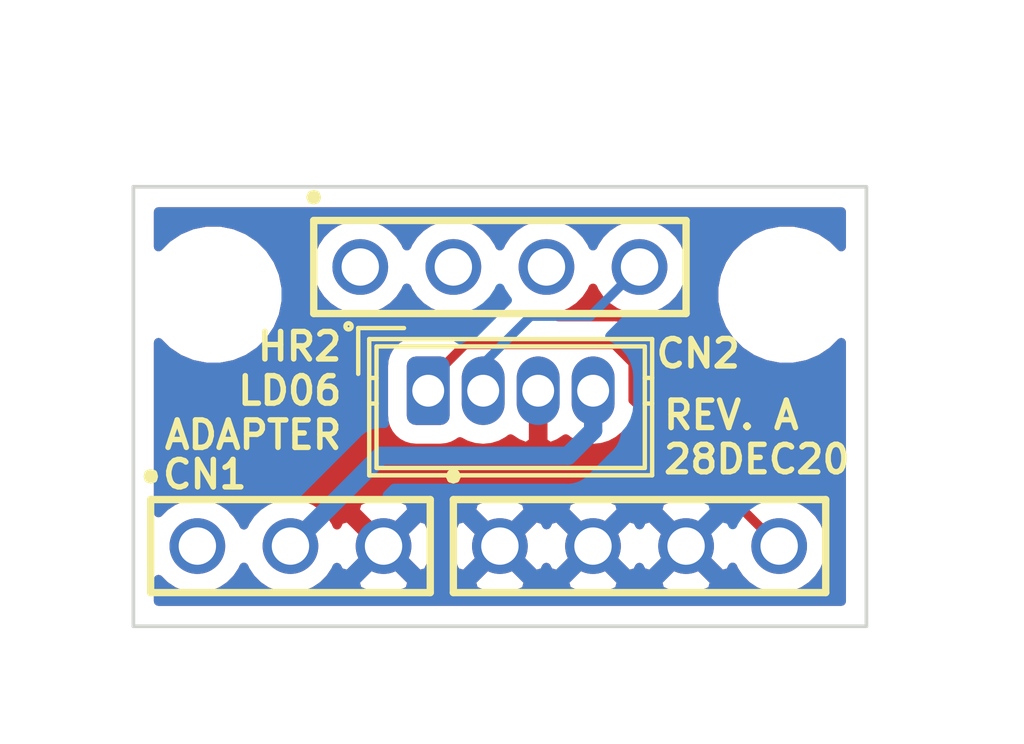
<source format=kicad_pcb>
(kicad_pcb (version 20171130) (host pcbnew 5.1.9-73d0e3b20d~88~ubuntu20.04.1)

  (general
    (thickness 1.6)
    (drawings 7)
    (tracks 25)
    (zones 0)
    (modules 2)
    (nets 9)
  )

  (page A)
  (title_block
    (title "LD06 Adapter")
    (date 2020-12-28)
    (rev A)
    (company "Homebrew Robotics Club")
    (comment 1 "Copyright © 2020 by Homebrew Robotics Club")
    (comment 2 "License: MIT")
  )

  (layers
    (0 F.Cu signal)
    (31 B.Cu signal)
    (32 B.Adhes user)
    (33 F.Adhes user)
    (34 B.Paste user)
    (35 F.Paste user)
    (36 B.SilkS user)
    (37 F.SilkS user)
    (38 B.Mask user)
    (39 F.Mask user)
    (40 Dwgs.User user)
    (41 Cmts.User user)
    (42 Eco1.User user)
    (43 Eco2.User user)
    (44 Edge.Cuts user)
    (45 Margin user)
    (46 B.CrtYd user)
    (47 F.CrtYd user)
    (48 B.Fab user hide)
    (49 F.Fab user hide)
  )

  (setup
    (last_trace_width 0.25)
    (user_trace_width 0.5)
    (trace_clearance 0.2)
    (zone_clearance 0.508)
    (zone_45_only no)
    (trace_min 0.2)
    (via_size 0.8)
    (via_drill 0.4)
    (via_min_size 0.4)
    (via_min_drill 0.3)
    (uvia_size 0.3)
    (uvia_drill 0.1)
    (uvias_allowed no)
    (uvia_min_size 0.2)
    (uvia_min_drill 0.1)
    (edge_width 0.05)
    (segment_width 0.2)
    (pcb_text_width 0.3)
    (pcb_text_size 1.5 1.5)
    (mod_edge_width 0.12)
    (mod_text_size 1 1)
    (mod_text_width 0.15)
    (pad_size 1.524 1.524)
    (pad_drill 0.762)
    (pad_to_mask_clearance 0)
    (aux_axis_origin 0 0)
    (visible_elements FFFFFF7F)
    (pcbplotparams
      (layerselection 0x010fc_ffffffff)
      (usegerberextensions false)
      (usegerberattributes true)
      (usegerberadvancedattributes true)
      (creategerberjobfile true)
      (excludeedgelayer true)
      (linewidth 0.100000)
      (plotframeref false)
      (viasonmask false)
      (mode 1)
      (useauxorigin false)
      (hpglpennumber 1)
      (hpglpenspeed 20)
      (hpglpendiameter 15.000000)
      (psnegative false)
      (psa4output false)
      (plotreference true)
      (plotvalue true)
      (plotinvisibletext false)
      (padsonsilk false)
      (subtractmaskfromsilk false)
      (outputformat 1)
      (mirror false)
      (drillshape 0)
      (scaleselection 1)
      (outputdirectory ""))
  )

  (net 0 "")
  (net 1 "Net-(CN1-Pad10)")
  (net 2 "Net-(CN1-Pad9)")
  (net 3 "Net-(CN1-Pad8)")
  (net 4 "Net-(CN1-Pad1)")
  (net 5 /PWM)
  (net 6 /TX)
  (net 7 /GND)
  (net 8 /5V)

  (net_class Default "This is the default net class."
    (clearance 0.2)
    (trace_width 0.25)
    (via_dia 0.8)
    (via_drill 0.4)
    (uvia_dia 0.3)
    (uvia_drill 0.1)
    (add_net /5V)
    (add_net /GND)
    (add_net /PWM)
    (add_net /TX)
    (add_net "Net-(CN1-Pad1)")
    (add_net "Net-(CN1-Pad10)")
    (add_net "Net-(CN1-Pad8)")
    (add_net "Net-(CN1-Pad9)")
  )

  (module HR2:LIDAR_ADAPTER_2xF1x4+F1x3 (layer F.Cu) (tedit 5FD53EE8) (tstamp 5FEACFD9)
    (at 100 100)
    (path /5FEA71BE)
    (fp_text reference CN1 (at -8.052 1.854) (layer F.SilkS)
      (effects (font (size 0.75 0.75) (thickness 0.15)))
    )
    (fp_text value LIDAR_ADAPTER;2xM1x4+M1x3 (at 0 0) (layer F.Fab)
      (effects (font (size 1 1) (thickness 0.2)))
    )
    (fp_line (start -1.9 5.08) (end -1.9 2.54) (layer F.SilkS) (width 0.2))
    (fp_line (start -9.53 5.08) (end -1.9 5.08) (layer F.SilkS) (width 0.2))
    (fp_line (start -9.53 2.54) (end -9.53 5.08) (layer F.SilkS) (width 0.2))
    (fp_line (start -1.9 2.54) (end -9.53 2.54) (layer F.SilkS) (width 0.2))
    (fp_line (start -9.45 1.98) (end -9.43 1.91) (layer F.SilkS) (width 0.2))
    (fp_line (start -9.53 2) (end -9.45 1.98) (layer F.SilkS) (width 0.2))
    (fp_line (start -9.6 1.98) (end -9.53 2) (layer F.SilkS) (width 0.2))
    (fp_line (start -9.62 1.91) (end -9.6 1.98) (layer F.SilkS) (width 0.2))
    (fp_line (start -9.6 1.83) (end -9.62 1.91) (layer F.SilkS) (width 0.2))
    (fp_line (start -9.53 1.81) (end -9.6 1.83) (layer F.SilkS) (width 0.2))
    (fp_line (start -9.45 1.83) (end -9.53 1.81) (layer F.SilkS) (width 0.2))
    (fp_line (start -9.43 1.91) (end -9.45 1.83) (layer F.SilkS) (width 0.2))
    (fp_line (start 8.89 5.08) (end 8.89 2.54) (layer F.SilkS) (width 0.2))
    (fp_line (start -1.27 5.08) (end 8.89 5.08) (layer F.SilkS) (width 0.2))
    (fp_line (start -1.27 2.54) (end -1.27 5.08) (layer F.SilkS) (width 0.2))
    (fp_line (start 8.89 2.54) (end -1.27 2.54) (layer F.SilkS) (width 0.2))
    (fp_line (start -1.2 1.98) (end -1.17 1.91) (layer F.SilkS) (width 0.2))
    (fp_line (start -1.27 2) (end -1.2 1.98) (layer F.SilkS) (width 0.2))
    (fp_line (start -1.34 1.98) (end -1.27 2) (layer F.SilkS) (width 0.2))
    (fp_line (start -1.37 1.91) (end -1.34 1.98) (layer F.SilkS) (width 0.2))
    (fp_line (start -1.34 1.83) (end -1.37 1.91) (layer F.SilkS) (width 0.2))
    (fp_line (start -1.27 1.81) (end -1.34 1.83) (layer F.SilkS) (width 0.2))
    (fp_line (start -1.2 1.83) (end -1.27 1.81) (layer F.SilkS) (width 0.2))
    (fp_line (start -1.17 1.91) (end -1.2 1.83) (layer F.SilkS) (width 0.2))
    (fp_line (start 5.08 -2.54) (end 5.08 -5.08) (layer F.SilkS) (width 0.2))
    (fp_line (start -5.08 -2.54) (end 5.08 -2.54) (layer F.SilkS) (width 0.2))
    (fp_line (start -5.08 -5.08) (end -5.08 -2.54) (layer F.SilkS) (width 0.2))
    (fp_line (start 5.08 -5.08) (end -5.08 -5.08) (layer F.SilkS) (width 0.2))
    (fp_line (start -5.01 -5.64) (end -4.98 -5.71) (layer F.SilkS) (width 0.2))
    (fp_line (start -5.08 -5.62) (end -5.01 -5.64) (layer F.SilkS) (width 0.2))
    (fp_line (start -5.15 -5.64) (end -5.08 -5.62) (layer F.SilkS) (width 0.2))
    (fp_line (start -5.18 -5.71) (end -5.15 -5.64) (layer F.SilkS) (width 0.2))
    (fp_line (start -5.15 -5.79) (end -5.18 -5.71) (layer F.SilkS) (width 0.2))
    (fp_line (start -5.08 -5.81) (end -5.15 -5.79) (layer F.SilkS) (width 0.2))
    (fp_line (start -5.01 -5.79) (end -5.08 -5.81) (layer F.SilkS) (width 0.2))
    (fp_line (start -4.98 -5.71) (end -5.01 -5.79) (layer F.SilkS) (width 0.2))
    (pad "West Lidar Mount Hole" np_thru_hole circle (at -7.8175 -3.055) (size 2.7 2.7) (drill 2.7) (layers *.Cu *.Mask))
    (pad "East Lidar Mount Hole" np_thru_hole circle (at 7.8175 -3.055) (size 2.7 2.7) (drill 2.7) (layers *.Cu *.Mask))
    (pad 11 thru_hole circle (at 3.81 -3.81) (size 1.52 1.52) (drill 1.02) (layers *.Cu *.Mask)
      (net 5 /PWM))
    (pad 10 thru_hole circle (at 1.27 -3.81) (size 1.52 1.52) (drill 1.02) (layers *.Cu *.Mask)
      (net 1 "Net-(CN1-Pad10)"))
    (pad 9 thru_hole circle (at -1.27 -3.81) (size 1.52 1.52) (drill 1.02) (layers *.Cu *.Mask)
      (net 2 "Net-(CN1-Pad9)"))
    (pad 8 thru_hole circle (at -3.81 -3.81) (size 1.52 1.52) (drill 1.02) (layers *.Cu *.Mask)
      (net 3 "Net-(CN1-Pad8)"))
    (pad 7 thru_hole circle (at 7.62 3.81) (size 1.52 1.52) (drill 1.02) (layers *.Cu *.Mask)
      (net 6 /TX))
    (pad 6 thru_hole circle (at 5.08 3.81) (size 1.52 1.52) (drill 1.02) (layers *.Cu *.Mask)
      (net 7 /GND))
    (pad 5 thru_hole circle (at 2.54 3.81) (size 1.52 1.52) (drill 1.02) (layers *.Cu *.Mask)
      (net 7 /GND))
    (pad 4 thru_hole circle (at 0 3.81) (size 1.52 1.52) (drill 1.02) (layers *.Cu *.Mask)
      (net 7 /GND))
    (pad 3 thru_hole circle (at -3.175 3.81) (size 1.52 1.52) (drill 1.02) (layers *.Cu *.Mask)
      (net 7 /GND))
    (pad 2 thru_hole circle (at -5.715 3.81) (size 1.52 1.52) (drill 1.02) (layers *.Cu *.Mask)
      (net 8 /5V))
    (pad 1 thru_hole circle (at -8.255 3.81) (size 1.52 1.52) (drill 1.02) (layers *.Cu *.Mask)
      (net 4 "Net-(CN1-Pad1)"))
  )

  (module Connector_Wuerth:Wuerth_WR-WTB_64800411622_1x04_P1.50mm_Vertical (layer F.Cu) (tedit 5D1DE247) (tstamp 5FEAD27F)
    (at 98.044 99.568)
    (descr "Wuerth WR-WTB series connector, 64800411622 (https://katalog.we-online.com/em/datasheet/6480xx11622.pdf), generated with kicad-footprint-generator")
    (tags "connector Wuerth WR-WTB vertical")
    (path /5FEA6F47)
    (fp_text reference CN2 (at 7.366 -1.016) (layer F.SilkS)
      (effects (font (size 0.75 0.75) (thickness 0.15)))
    )
    (fp_text value LD06_CONN;M1x4P1.5ZH (at 2.25 3.4) (layer F.Fab)
      (effects (font (size 1 1) (thickness 0.15)))
    )
    (fp_line (start -1.5 -1.3) (end -1.5 2.2) (layer F.Fab) (width 0.1))
    (fp_line (start -1.5 2.2) (end 6 2.2) (layer F.Fab) (width 0.1))
    (fp_line (start 6 2.2) (end 6 -1.3) (layer F.Fab) (width 0.1))
    (fp_line (start 6 -1.3) (end -1.5 -1.3) (layer F.Fab) (width 0.1))
    (fp_line (start -1 -1.3) (end 0 -0.3) (layer F.Fab) (width 0.1))
    (fp_line (start 0 -0.3) (end 1 -1.3) (layer F.Fab) (width 0.1))
    (fp_line (start -1.61 -1.41) (end -1.61 2.31) (layer F.SilkS) (width 0.12))
    (fp_line (start -1.61 2.31) (end 6.11 2.31) (layer F.SilkS) (width 0.12))
    (fp_line (start 6.11 2.31) (end 6.11 -1.41) (layer F.SilkS) (width 0.12))
    (fp_line (start 6.11 -1.41) (end -1.61 -1.41) (layer F.SilkS) (width 0.12))
    (fp_line (start -1.61 -0.35) (end -1.41 -0.35) (layer F.SilkS) (width 0.12))
    (fp_line (start -1.41 -0.35) (end -1.41 -1.21) (layer F.SilkS) (width 0.12))
    (fp_line (start -1.41 -1.21) (end 5.91 -1.21) (layer F.SilkS) (width 0.12))
    (fp_line (start 5.91 -1.21) (end 5.91 -0.35) (layer F.SilkS) (width 0.12))
    (fp_line (start 5.91 -0.35) (end 6.11 -0.35) (layer F.SilkS) (width 0.12))
    (fp_line (start -1.41 -0.35) (end -1.41 0.35) (layer F.SilkS) (width 0.12))
    (fp_line (start -1.41 0.35) (end -1.61 0.35) (layer F.SilkS) (width 0.12))
    (fp_line (start 5.91 -0.35) (end 5.91 0.35) (layer F.SilkS) (width 0.12))
    (fp_line (start 5.91 0.35) (end 6.11 0.35) (layer F.SilkS) (width 0.12))
    (fp_line (start -1.41 0.35) (end -1.41 2.11) (layer F.SilkS) (width 0.12))
    (fp_line (start -1.41 2.11) (end 5.91 2.11) (layer F.SilkS) (width 0.12))
    (fp_line (start 5.91 2.11) (end 5.91 0.35) (layer F.SilkS) (width 0.12))
    (fp_line (start -0.66 -1.71) (end -1.91 -1.71) (layer F.SilkS) (width 0.12))
    (fp_line (start -1.91 -1.71) (end -1.91 -0.46) (layer F.SilkS) (width 0.12))
    (fp_line (start -2 -1.8) (end -2 2.7) (layer F.CrtYd) (width 0.05))
    (fp_line (start -2 2.7) (end 6.5 2.7) (layer F.CrtYd) (width 0.05))
    (fp_line (start 6.5 2.7) (end 6.5 -1.8) (layer F.CrtYd) (width 0.05))
    (fp_line (start 6.5 -1.8) (end -2 -1.8) (layer F.CrtYd) (width 0.05))
    (fp_text user %R (at 2.25 1.5) (layer F.Fab)
      (effects (font (size 1 1) (thickness 0.15)))
    )
    (pad 4 thru_hole oval (at 4.5 0) (size 1.17 1.87) (drill 0.87) (layers *.Cu *.Mask)
      (net 8 /5V))
    (pad 3 thru_hole oval (at 3 0) (size 1.17 1.87) (drill 0.87) (layers *.Cu *.Mask)
      (net 7 /GND))
    (pad 2 thru_hole oval (at 1.5 0) (size 1.17 1.87) (drill 0.87) (layers *.Cu *.Mask)
      (net 5 /PWM))
    (pad 1 thru_hole roundrect (at 0 0) (size 1.17 1.87) (drill 0.87) (layers *.Cu *.Mask) (roundrect_rratio 0.213674358974359)
      (net 6 /TX))
    (model ${KISYS3DMOD}/Connector_Wuerth.3dshapes/Wuerth_WR-WTB_64800411622_1x04_P1.50mm_Vertical.wrl
      (at (xyz 0 0 0))
      (scale (xyz 1 1 1))
      (rotate (xyz 0 0 0))
    )
  )

  (gr_circle (center 95.87 97.81) (end 95.93 97.87) (layer F.SilkS) (width 0.12))
  (gr_text "REV. A\n28DEC20" (at 104.394 100.838) (layer F.SilkS)
    (effects (font (size 0.75 0.75) (thickness 0.15)) (justify left))
  )
  (gr_text "HR2\nLD06\nADAPTER" (at 95.758 99.568) (layer F.SilkS)
    (effects (font (size 0.75 0.75) (thickness 0.15)) (justify right))
  )
  (gr_line (start 110 94) (end 110 106) (layer Edge.Cuts) (width 0.1))
  (gr_line (start 90 94) (end 110 94) (layer Edge.Cuts) (width 0.1))
  (gr_line (start 90 106) (end 90 94) (layer Edge.Cuts) (width 0.1))
  (gr_line (start 90 106) (end 110 106) (layer Edge.Cuts) (width 0.1))

  (segment (start 99.544 99.568) (end 99.544 98.83) (width 0.25) (layer B.Cu) (net 5))
  (segment (start 99.544 98.83) (end 100.838 97.536) (width 0.25) (layer B.Cu) (net 5))
  (segment (start 102.464 97.536) (end 103.81 96.19) (width 0.25) (layer B.Cu) (net 5))
  (segment (start 100.838 97.536) (end 102.464 97.536) (width 0.25) (layer B.Cu) (net 5))
  (segment (start 103.632 98.81599) (end 103.632 99.822) (width 0.25) (layer F.Cu) (net 6))
  (segment (start 103.124 98.30799) (end 103.632 98.81599) (width 0.25) (layer F.Cu) (net 6))
  (segment (start 99.05001 98.30799) (end 103.124 98.30799) (width 0.25) (layer F.Cu) (net 6))
  (segment (start 103.632 99.822) (end 107.62 103.81) (width 0.25) (layer F.Cu) (net 6))
  (segment (start 98.044 99.314) (end 99.05001 98.30799) (width 0.25) (layer F.Cu) (net 6))
  (segment (start 98.044 99.568) (end 98.044 99.314) (width 0.25) (layer F.Cu) (net 6))
  (segment (start 101.092 99.616) (end 101.044 99.568) (width 0.5) (layer B.Cu) (net 7))
  (segment (start 98.806 102.616) (end 100 103.81) (width 0.5) (layer F.Cu) (net 7))
  (segment (start 98.019 102.616) (end 98.806 102.616) (width 0.5) (layer F.Cu) (net 7))
  (segment (start 96.825 103.81) (end 98.019 102.616) (width 0.5) (layer F.Cu) (net 7))
  (segment (start 104.14 102.87) (end 105.08 103.81) (width 0.25) (layer F.Cu) (net 7))
  (segment (start 103.48 102.87) (end 104.14 102.87) (width 0.25) (layer F.Cu) (net 7))
  (segment (start 102.54 103.81) (end 103.48 102.87) (width 0.25) (layer F.Cu) (net 7))
  (segment (start 101.044 102.766) (end 100 103.81) (width 0.5) (layer F.Cu) (net 7))
  (segment (start 101.044 99.568) (end 101.044 102.766) (width 0.5) (layer F.Cu) (net 7))
  (segment (start 101.496 102.766) (end 102.54 103.81) (width 0.25) (layer F.Cu) (net 7))
  (segment (start 101.044 102.766) (end 101.496 102.766) (width 0.25) (layer F.Cu) (net 7))
  (segment (start 102.544 99.568) (end 102.544 100.656) (width 0.5) (layer B.Cu) (net 8))
  (segment (start 102.544 100.656) (end 101.854 101.346) (width 0.5) (layer B.Cu) (net 8))
  (segment (start 96.749 101.346) (end 94.285 103.81) (width 0.5) (layer B.Cu) (net 8))
  (segment (start 101.854 101.346) (end 96.749 101.346) (width 0.5) (layer B.Cu) (net 8))

  (zone (net 7) (net_name /GND) (layer F.Cu) (tstamp 5FEAE003) (hatch edge 0.508)
    (connect_pads (clearance 0.508))
    (min_thickness 0.254)
    (fill yes (arc_segments 32) (thermal_gap 0.508) (thermal_bridge_width 0.508))
    (polygon
      (pts
        (xy 111.76 106.68) (xy 88.9 106.68) (xy 88.9 91.44) (xy 111.76 91.44)
      )
    )
    (filled_polygon
      (pts
        (xy 109.315 95.635285) (xy 109.082864 95.403149) (xy 108.75775 95.185915) (xy 108.396503 95.036282) (xy 108.013005 94.96)
        (xy 107.621995 94.96) (xy 107.238497 95.036282) (xy 106.87725 95.185915) (xy 106.552136 95.403149) (xy 106.275649 95.679636)
        (xy 106.058415 96.00475) (xy 105.908782 96.365997) (xy 105.8325 96.749495) (xy 105.8325 97.140505) (xy 105.908782 97.524003)
        (xy 106.058415 97.88525) (xy 106.275649 98.210364) (xy 106.552136 98.486851) (xy 106.87725 98.704085) (xy 107.238497 98.853718)
        (xy 107.621995 98.93) (xy 108.013005 98.93) (xy 108.396503 98.853718) (xy 108.75775 98.704085) (xy 109.082864 98.486851)
        (xy 109.315 98.254715) (xy 109.315001 105.315) (xy 90.685 105.315) (xy 90.685 104.722828) (xy 90.855739 104.893567)
        (xy 91.08422 105.046233) (xy 91.338093 105.151391) (xy 91.607604 105.205) (xy 91.882396 105.205) (xy 92.151907 105.151391)
        (xy 92.40578 105.046233) (xy 92.634261 104.893567) (xy 92.828567 104.699261) (xy 92.981233 104.47078) (xy 93.015 104.38926)
        (xy 93.048767 104.47078) (xy 93.201433 104.699261) (xy 93.395739 104.893567) (xy 93.62422 105.046233) (xy 93.878093 105.151391)
        (xy 94.147604 105.205) (xy 94.422396 105.205) (xy 94.691907 105.151391) (xy 94.94578 105.046233) (xy 95.174261 104.893567)
        (xy 95.293691 104.774137) (xy 96.040469 104.774137) (xy 96.107206 105.014025) (xy 96.355892 105.130924) (xy 96.622606 105.197061)
        (xy 96.897097 105.209895) (xy 97.168817 105.168931) (xy 97.427326 105.075744) (xy 97.542794 105.014025) (xy 97.609531 104.774137)
        (xy 99.215469 104.774137) (xy 99.282206 105.014025) (xy 99.530892 105.130924) (xy 99.797606 105.197061) (xy 100.072097 105.209895)
        (xy 100.343817 105.168931) (xy 100.602326 105.075744) (xy 100.717794 105.014025) (xy 100.784531 104.774137) (xy 101.755469 104.774137)
        (xy 101.822206 105.014025) (xy 102.070892 105.130924) (xy 102.337606 105.197061) (xy 102.612097 105.209895) (xy 102.883817 105.168931)
        (xy 103.142326 105.075744) (xy 103.257794 105.014025) (xy 103.324531 104.774137) (xy 104.295469 104.774137) (xy 104.362206 105.014025)
        (xy 104.610892 105.130924) (xy 104.877606 105.197061) (xy 105.152097 105.209895) (xy 105.423817 105.168931) (xy 105.682326 105.075744)
        (xy 105.797794 105.014025) (xy 105.864531 104.774137) (xy 105.08 103.989605) (xy 104.295469 104.774137) (xy 103.324531 104.774137)
        (xy 102.54 103.989605) (xy 101.755469 104.774137) (xy 100.784531 104.774137) (xy 100 103.989605) (xy 99.215469 104.774137)
        (xy 97.609531 104.774137) (xy 96.825 103.989605) (xy 96.040469 104.774137) (xy 95.293691 104.774137) (xy 95.368567 104.699261)
        (xy 95.521233 104.47078) (xy 95.55283 104.394499) (xy 95.559256 104.412326) (xy 95.620975 104.527794) (xy 95.860863 104.594531)
        (xy 96.645395 103.81) (xy 97.004605 103.81) (xy 97.789137 104.594531) (xy 98.029025 104.527794) (xy 98.145924 104.279108)
        (xy 98.212061 104.012394) (xy 98.218153 103.882097) (xy 98.600105 103.882097) (xy 98.641069 104.153817) (xy 98.734256 104.412326)
        (xy 98.795975 104.527794) (xy 99.035863 104.594531) (xy 99.820395 103.81) (xy 100.179605 103.81) (xy 100.964137 104.594531)
        (xy 101.204025 104.527794) (xy 101.267332 104.393118) (xy 101.274256 104.412326) (xy 101.335975 104.527794) (xy 101.575863 104.594531)
        (xy 102.360395 103.81) (xy 102.719605 103.81) (xy 103.504137 104.594531) (xy 103.744025 104.527794) (xy 103.807332 104.393118)
        (xy 103.814256 104.412326) (xy 103.875975 104.527794) (xy 104.115863 104.594531) (xy 104.900395 103.81) (xy 104.115863 103.025469)
        (xy 103.875975 103.092206) (xy 103.812668 103.226882) (xy 103.805744 103.207674) (xy 103.744025 103.092206) (xy 103.504137 103.025469)
        (xy 102.719605 103.81) (xy 102.360395 103.81) (xy 101.575863 103.025469) (xy 101.335975 103.092206) (xy 101.272668 103.226882)
        (xy 101.265744 103.207674) (xy 101.204025 103.092206) (xy 100.964137 103.025469) (xy 100.179605 103.81) (xy 99.820395 103.81)
        (xy 99.035863 103.025469) (xy 98.795975 103.092206) (xy 98.679076 103.340892) (xy 98.612939 103.607606) (xy 98.600105 103.882097)
        (xy 98.218153 103.882097) (xy 98.224895 103.737903) (xy 98.183931 103.466183) (xy 98.090744 103.207674) (xy 98.029025 103.092206)
        (xy 97.789137 103.025469) (xy 97.004605 103.81) (xy 96.645395 103.81) (xy 95.860863 103.025469) (xy 95.620975 103.092206)
        (xy 95.5554 103.231707) (xy 95.521233 103.14922) (xy 95.368567 102.920739) (xy 95.293691 102.845863) (xy 96.040469 102.845863)
        (xy 96.825 103.630395) (xy 97.609531 102.845863) (xy 99.215469 102.845863) (xy 100 103.630395) (xy 100.784531 102.845863)
        (xy 101.755469 102.845863) (xy 102.54 103.630395) (xy 103.324531 102.845863) (xy 103.257794 102.605975) (xy 103.009108 102.489076)
        (xy 102.742394 102.422939) (xy 102.467903 102.410105) (xy 102.196183 102.451069) (xy 101.937674 102.544256) (xy 101.822206 102.605975)
        (xy 101.755469 102.845863) (xy 100.784531 102.845863) (xy 100.717794 102.605975) (xy 100.469108 102.489076) (xy 100.202394 102.422939)
        (xy 99.927903 102.410105) (xy 99.656183 102.451069) (xy 99.397674 102.544256) (xy 99.282206 102.605975) (xy 99.215469 102.845863)
        (xy 97.609531 102.845863) (xy 97.542794 102.605975) (xy 97.294108 102.489076) (xy 97.027394 102.422939) (xy 96.752903 102.410105)
        (xy 96.481183 102.451069) (xy 96.222674 102.544256) (xy 96.107206 102.605975) (xy 96.040469 102.845863) (xy 95.293691 102.845863)
        (xy 95.174261 102.726433) (xy 94.94578 102.573767) (xy 94.691907 102.468609) (xy 94.422396 102.415) (xy 94.147604 102.415)
        (xy 93.878093 102.468609) (xy 93.62422 102.573767) (xy 93.395739 102.726433) (xy 93.201433 102.920739) (xy 93.048767 103.14922)
        (xy 93.015 103.23074) (xy 92.981233 103.14922) (xy 92.828567 102.920739) (xy 92.634261 102.726433) (xy 92.40578 102.573767)
        (xy 92.151907 102.468609) (xy 91.882396 102.415) (xy 91.607604 102.415) (xy 91.338093 102.468609) (xy 91.08422 102.573767)
        (xy 90.855739 102.726433) (xy 90.685 102.897172) (xy 90.685 98.254715) (xy 90.917136 98.486851) (xy 91.24225 98.704085)
        (xy 91.603497 98.853718) (xy 91.986995 98.93) (xy 92.378005 98.93) (xy 92.761503 98.853718) (xy 93.12275 98.704085)
        (xy 93.447864 98.486851) (xy 93.724351 98.210364) (xy 93.941585 97.88525) (xy 94.091218 97.524003) (xy 94.1675 97.140505)
        (xy 94.1675 96.749495) (xy 94.091218 96.365997) (xy 93.961407 96.052604) (xy 94.795 96.052604) (xy 94.795 96.327396)
        (xy 94.848609 96.596907) (xy 94.953767 96.85078) (xy 95.106433 97.079261) (xy 95.300739 97.273567) (xy 95.52922 97.426233)
        (xy 95.783093 97.531391) (xy 96.052604 97.585) (xy 96.327396 97.585) (xy 96.596907 97.531391) (xy 96.85078 97.426233)
        (xy 97.079261 97.273567) (xy 97.273567 97.079261) (xy 97.426233 96.85078) (xy 97.46 96.76926) (xy 97.493767 96.85078)
        (xy 97.646433 97.079261) (xy 97.840739 97.273567) (xy 98.06922 97.426233) (xy 98.323093 97.531391) (xy 98.592604 97.585)
        (xy 98.815269 97.585) (xy 98.757763 97.602444) (xy 98.625733 97.673016) (xy 98.542093 97.741658) (xy 98.510009 97.767989)
        (xy 98.486211 97.796987) (xy 98.28827 97.994928) (xy 97.708999 97.994928) (xy 97.535745 98.011992) (xy 97.369149 98.062528)
        (xy 97.215613 98.144595) (xy 97.081038 98.255038) (xy 96.970595 98.389613) (xy 96.888528 98.543149) (xy 96.837992 98.709745)
        (xy 96.820928 98.882999) (xy 96.820928 100.253001) (xy 96.837992 100.426255) (xy 96.888528 100.592851) (xy 96.970595 100.746387)
        (xy 97.081038 100.880962) (xy 97.215613 100.991405) (xy 97.369149 101.073472) (xy 97.535745 101.124008) (xy 97.708999 101.141072)
        (xy 98.379001 101.141072) (xy 98.552255 101.124008) (xy 98.718851 101.073472) (xy 98.872387 100.991405) (xy 98.908579 100.961703)
        (xy 99.074868 101.050587) (xy 99.304839 101.120348) (xy 99.544 101.143903) (xy 99.783162 101.120348) (xy 100.013133 101.050587)
        (xy 100.225075 100.937301) (xy 100.290735 100.883415) (xy 100.471801 101.002952) (xy 100.694459 101.093735) (xy 100.72875 101.096566)
        (xy 100.917 100.971624) (xy 100.917 99.695) (xy 100.897 99.695) (xy 100.897 99.441) (xy 100.917 99.441)
        (xy 100.917 99.421) (xy 101.171 99.421) (xy 101.171 99.441) (xy 101.191 99.441) (xy 101.191 99.695)
        (xy 101.171 99.695) (xy 101.171 100.971624) (xy 101.35925 101.096566) (xy 101.393541 101.093735) (xy 101.616199 101.002952)
        (xy 101.797266 100.883415) (xy 101.862926 100.937301) (xy 102.074868 101.050587) (xy 102.304839 101.120348) (xy 102.544 101.143903)
        (xy 102.783162 101.120348) (xy 103.013133 101.050587) (xy 103.225075 100.937301) (xy 103.410844 100.784844) (xy 103.460066 100.724867)
        (xy 105.152043 102.416844) (xy 105.007903 102.410105) (xy 104.736183 102.451069) (xy 104.477674 102.544256) (xy 104.362206 102.605975)
        (xy 104.295469 102.845863) (xy 105.08 103.630395) (xy 105.094142 103.616252) (xy 105.273748 103.795858) (xy 105.259605 103.81)
        (xy 106.044137 104.594531) (xy 106.284025 104.527794) (xy 106.3496 104.388293) (xy 106.383767 104.47078) (xy 106.536433 104.699261)
        (xy 106.730739 104.893567) (xy 106.95922 105.046233) (xy 107.213093 105.151391) (xy 107.482604 105.205) (xy 107.757396 105.205)
        (xy 108.026907 105.151391) (xy 108.28078 105.046233) (xy 108.509261 104.893567) (xy 108.703567 104.699261) (xy 108.856233 104.47078)
        (xy 108.961391 104.216907) (xy 109.015 103.947396) (xy 109.015 103.672604) (xy 108.961391 103.403093) (xy 108.856233 103.14922)
        (xy 108.703567 102.920739) (xy 108.509261 102.726433) (xy 108.28078 102.573767) (xy 108.026907 102.468609) (xy 107.757396 102.415)
        (xy 107.482604 102.415) (xy 107.330131 102.445329) (xy 104.392 99.507199) (xy 104.392 98.853312) (xy 104.395676 98.815989)
        (xy 104.392 98.778666) (xy 104.392 98.778657) (xy 104.381003 98.667004) (xy 104.337546 98.523743) (xy 104.266974 98.391714)
        (xy 104.172001 98.275989) (xy 104.143003 98.252192) (xy 103.687803 97.796992) (xy 103.664001 97.767989) (xy 103.548276 97.673016)
        (xy 103.416247 97.602444) (xy 103.272986 97.558987) (xy 103.161333 97.54799) (xy 103.161322 97.54799) (xy 103.124 97.544314)
        (xy 103.086678 97.54799) (xy 101.593458 97.54799) (xy 101.676907 97.531391) (xy 101.93078 97.426233) (xy 102.159261 97.273567)
        (xy 102.353567 97.079261) (xy 102.506233 96.85078) (xy 102.54 96.76926) (xy 102.573767 96.85078) (xy 102.726433 97.079261)
        (xy 102.920739 97.273567) (xy 103.14922 97.426233) (xy 103.403093 97.531391) (xy 103.672604 97.585) (xy 103.947396 97.585)
        (xy 104.216907 97.531391) (xy 104.47078 97.426233) (xy 104.699261 97.273567) (xy 104.893567 97.079261) (xy 105.046233 96.85078)
        (xy 105.151391 96.596907) (xy 105.205 96.327396) (xy 105.205 96.052604) (xy 105.151391 95.783093) (xy 105.046233 95.52922)
        (xy 104.893567 95.300739) (xy 104.699261 95.106433) (xy 104.47078 94.953767) (xy 104.216907 94.848609) (xy 103.947396 94.795)
        (xy 103.672604 94.795) (xy 103.403093 94.848609) (xy 103.14922 94.953767) (xy 102.920739 95.106433) (xy 102.726433 95.300739)
        (xy 102.573767 95.52922) (xy 102.54 95.61074) (xy 102.506233 95.52922) (xy 102.353567 95.300739) (xy 102.159261 95.106433)
        (xy 101.93078 94.953767) (xy 101.676907 94.848609) (xy 101.407396 94.795) (xy 101.132604 94.795) (xy 100.863093 94.848609)
        (xy 100.60922 94.953767) (xy 100.380739 95.106433) (xy 100.186433 95.300739) (xy 100.033767 95.52922) (xy 100 95.61074)
        (xy 99.966233 95.52922) (xy 99.813567 95.300739) (xy 99.619261 95.106433) (xy 99.39078 94.953767) (xy 99.136907 94.848609)
        (xy 98.867396 94.795) (xy 98.592604 94.795) (xy 98.323093 94.848609) (xy 98.06922 94.953767) (xy 97.840739 95.106433)
        (xy 97.646433 95.300739) (xy 97.493767 95.52922) (xy 97.46 95.61074) (xy 97.426233 95.52922) (xy 97.273567 95.300739)
        (xy 97.079261 95.106433) (xy 96.85078 94.953767) (xy 96.596907 94.848609) (xy 96.327396 94.795) (xy 96.052604 94.795)
        (xy 95.783093 94.848609) (xy 95.52922 94.953767) (xy 95.300739 95.106433) (xy 95.106433 95.300739) (xy 94.953767 95.52922)
        (xy 94.848609 95.783093) (xy 94.795 96.052604) (xy 93.961407 96.052604) (xy 93.941585 96.00475) (xy 93.724351 95.679636)
        (xy 93.447864 95.403149) (xy 93.12275 95.185915) (xy 92.761503 95.036282) (xy 92.378005 94.96) (xy 91.986995 94.96)
        (xy 91.603497 95.036282) (xy 91.24225 95.185915) (xy 90.917136 95.403149) (xy 90.685 95.635285) (xy 90.685 94.685)
        (xy 109.315 94.685)
      )
    )
  )
  (zone (net 7) (net_name /GND) (layer B.Cu) (tstamp 5FEAE000) (hatch edge 0.508)
    (connect_pads (clearance 0.508))
    (min_thickness 0.254)
    (fill yes (arc_segments 32) (thermal_gap 0.508) (thermal_bridge_width 0.508))
    (polygon
      (pts
        (xy 114.3 88.9) (xy 114.3 109.22) (xy 86.36 109.22) (xy 86.36 88.9)
      )
    )
    (filled_polygon
      (pts
        (xy 109.315 95.635285) (xy 109.082864 95.403149) (xy 108.75775 95.185915) (xy 108.396503 95.036282) (xy 108.013005 94.96)
        (xy 107.621995 94.96) (xy 107.238497 95.036282) (xy 106.87725 95.185915) (xy 106.552136 95.403149) (xy 106.275649 95.679636)
        (xy 106.058415 96.00475) (xy 105.908782 96.365997) (xy 105.8325 96.749495) (xy 105.8325 97.140505) (xy 105.908782 97.524003)
        (xy 106.058415 97.88525) (xy 106.275649 98.210364) (xy 106.552136 98.486851) (xy 106.87725 98.704085) (xy 107.238497 98.853718)
        (xy 107.621995 98.93) (xy 108.013005 98.93) (xy 108.396503 98.853718) (xy 108.75775 98.704085) (xy 109.082864 98.486851)
        (xy 109.315 98.254715) (xy 109.315001 105.315) (xy 90.685 105.315) (xy 90.685 104.722828) (xy 90.855739 104.893567)
        (xy 91.08422 105.046233) (xy 91.338093 105.151391) (xy 91.607604 105.205) (xy 91.882396 105.205) (xy 92.151907 105.151391)
        (xy 92.40578 105.046233) (xy 92.634261 104.893567) (xy 92.828567 104.699261) (xy 92.981233 104.47078) (xy 93.015 104.38926)
        (xy 93.048767 104.47078) (xy 93.201433 104.699261) (xy 93.395739 104.893567) (xy 93.62422 105.046233) (xy 93.878093 105.151391)
        (xy 94.147604 105.205) (xy 94.422396 105.205) (xy 94.691907 105.151391) (xy 94.94578 105.046233) (xy 95.174261 104.893567)
        (xy 95.293691 104.774137) (xy 96.040469 104.774137) (xy 96.107206 105.014025) (xy 96.355892 105.130924) (xy 96.622606 105.197061)
        (xy 96.897097 105.209895) (xy 97.168817 105.168931) (xy 97.427326 105.075744) (xy 97.542794 105.014025) (xy 97.609531 104.774137)
        (xy 99.215469 104.774137) (xy 99.282206 105.014025) (xy 99.530892 105.130924) (xy 99.797606 105.197061) (xy 100.072097 105.209895)
        (xy 100.343817 105.168931) (xy 100.602326 105.075744) (xy 100.717794 105.014025) (xy 100.784531 104.774137) (xy 101.755469 104.774137)
        (xy 101.822206 105.014025) (xy 102.070892 105.130924) (xy 102.337606 105.197061) (xy 102.612097 105.209895) (xy 102.883817 105.168931)
        (xy 103.142326 105.075744) (xy 103.257794 105.014025) (xy 103.324531 104.774137) (xy 104.295469 104.774137) (xy 104.362206 105.014025)
        (xy 104.610892 105.130924) (xy 104.877606 105.197061) (xy 105.152097 105.209895) (xy 105.423817 105.168931) (xy 105.682326 105.075744)
        (xy 105.797794 105.014025) (xy 105.864531 104.774137) (xy 105.08 103.989605) (xy 104.295469 104.774137) (xy 103.324531 104.774137)
        (xy 102.54 103.989605) (xy 101.755469 104.774137) (xy 100.784531 104.774137) (xy 100 103.989605) (xy 99.215469 104.774137)
        (xy 97.609531 104.774137) (xy 96.825 103.989605) (xy 96.040469 104.774137) (xy 95.293691 104.774137) (xy 95.368567 104.699261)
        (xy 95.521233 104.47078) (xy 95.55283 104.394499) (xy 95.559256 104.412326) (xy 95.620975 104.527794) (xy 95.860863 104.594531)
        (xy 96.645395 103.81) (xy 97.004605 103.81) (xy 97.789137 104.594531) (xy 98.029025 104.527794) (xy 98.145924 104.279108)
        (xy 98.212061 104.012394) (xy 98.218153 103.882097) (xy 98.600105 103.882097) (xy 98.641069 104.153817) (xy 98.734256 104.412326)
        (xy 98.795975 104.527794) (xy 99.035863 104.594531) (xy 99.820395 103.81) (xy 100.179605 103.81) (xy 100.964137 104.594531)
        (xy 101.204025 104.527794) (xy 101.267332 104.393118) (xy 101.274256 104.412326) (xy 101.335975 104.527794) (xy 101.575863 104.594531)
        (xy 102.360395 103.81) (xy 102.719605 103.81) (xy 103.504137 104.594531) (xy 103.744025 104.527794) (xy 103.807332 104.393118)
        (xy 103.814256 104.412326) (xy 103.875975 104.527794) (xy 104.115863 104.594531) (xy 104.900395 103.81) (xy 105.259605 103.81)
        (xy 106.044137 104.594531) (xy 106.284025 104.527794) (xy 106.3496 104.388293) (xy 106.383767 104.47078) (xy 106.536433 104.699261)
        (xy 106.730739 104.893567) (xy 106.95922 105.046233) (xy 107.213093 105.151391) (xy 107.482604 105.205) (xy 107.757396 105.205)
        (xy 108.026907 105.151391) (xy 108.28078 105.046233) (xy 108.509261 104.893567) (xy 108.703567 104.699261) (xy 108.856233 104.47078)
        (xy 108.961391 104.216907) (xy 109.015 103.947396) (xy 109.015 103.672604) (xy 108.961391 103.403093) (xy 108.856233 103.14922)
        (xy 108.703567 102.920739) (xy 108.509261 102.726433) (xy 108.28078 102.573767) (xy 108.026907 102.468609) (xy 107.757396 102.415)
        (xy 107.482604 102.415) (xy 107.213093 102.468609) (xy 106.95922 102.573767) (xy 106.730739 102.726433) (xy 106.536433 102.920739)
        (xy 106.383767 103.14922) (xy 106.35217 103.225501) (xy 106.345744 103.207674) (xy 106.284025 103.092206) (xy 106.044137 103.025469)
        (xy 105.259605 103.81) (xy 104.900395 103.81) (xy 104.115863 103.025469) (xy 103.875975 103.092206) (xy 103.812668 103.226882)
        (xy 103.805744 103.207674) (xy 103.744025 103.092206) (xy 103.504137 103.025469) (xy 102.719605 103.81) (xy 102.360395 103.81)
        (xy 101.575863 103.025469) (xy 101.335975 103.092206) (xy 101.272668 103.226882) (xy 101.265744 103.207674) (xy 101.204025 103.092206)
        (xy 100.964137 103.025469) (xy 100.179605 103.81) (xy 99.820395 103.81) (xy 99.035863 103.025469) (xy 98.795975 103.092206)
        (xy 98.679076 103.340892) (xy 98.612939 103.607606) (xy 98.600105 103.882097) (xy 98.218153 103.882097) (xy 98.224895 103.737903)
        (xy 98.183931 103.466183) (xy 98.090744 103.207674) (xy 98.029025 103.092206) (xy 97.789137 103.025469) (xy 97.004605 103.81)
        (xy 96.645395 103.81) (xy 96.631252 103.795858) (xy 96.810858 103.616252) (xy 96.825 103.630395) (xy 97.609531 102.845863)
        (xy 99.215469 102.845863) (xy 100 103.630395) (xy 100.784531 102.845863) (xy 101.755469 102.845863) (xy 102.54 103.630395)
        (xy 103.324531 102.845863) (xy 104.295469 102.845863) (xy 105.08 103.630395) (xy 105.864531 102.845863) (xy 105.797794 102.605975)
        (xy 105.549108 102.489076) (xy 105.282394 102.422939) (xy 105.007903 102.410105) (xy 104.736183 102.451069) (xy 104.477674 102.544256)
        (xy 104.362206 102.605975) (xy 104.295469 102.845863) (xy 103.324531 102.845863) (xy 103.257794 102.605975) (xy 103.009108 102.489076)
        (xy 102.742394 102.422939) (xy 102.467903 102.410105) (xy 102.196183 102.451069) (xy 101.937674 102.544256) (xy 101.822206 102.605975)
        (xy 101.755469 102.845863) (xy 100.784531 102.845863) (xy 100.717794 102.605975) (xy 100.469108 102.489076) (xy 100.202394 102.422939)
        (xy 99.927903 102.410105) (xy 99.656183 102.451069) (xy 99.397674 102.544256) (xy 99.282206 102.605975) (xy 99.215469 102.845863)
        (xy 97.609531 102.845863) (xy 97.542794 102.605975) (xy 97.294108 102.489076) (xy 97.027394 102.422939) (xy 96.928274 102.418305)
        (xy 97.115579 102.231) (xy 101.810531 102.231) (xy 101.854 102.235281) (xy 101.897469 102.231) (xy 101.897477 102.231)
        (xy 102.02749 102.218195) (xy 102.194313 102.167589) (xy 102.348059 102.085411) (xy 102.482817 101.974817) (xy 102.510534 101.941044)
        (xy 103.139049 101.31253) (xy 103.172817 101.284817) (xy 103.283411 101.150059) (xy 103.365589 100.996313) (xy 103.416195 100.82949)
        (xy 103.421922 100.771346) (xy 103.563301 100.599075) (xy 103.676587 100.387133) (xy 103.746348 100.157161) (xy 103.764 99.977934)
        (xy 103.764 99.158065) (xy 103.746348 98.978838) (xy 103.676587 98.748867) (xy 103.563301 98.536925) (xy 103.410844 98.351156)
        (xy 103.225074 98.198699) (xy 103.013132 98.085413) (xy 102.998092 98.080851) (xy 103.004001 98.076001) (xy 103.027803 98.046998)
        (xy 103.520131 97.554671) (xy 103.672604 97.585) (xy 103.947396 97.585) (xy 104.216907 97.531391) (xy 104.47078 97.426233)
        (xy 104.699261 97.273567) (xy 104.893567 97.079261) (xy 105.046233 96.85078) (xy 105.151391 96.596907) (xy 105.205 96.327396)
        (xy 105.205 96.052604) (xy 105.151391 95.783093) (xy 105.046233 95.52922) (xy 104.893567 95.300739) (xy 104.699261 95.106433)
        (xy 104.47078 94.953767) (xy 104.216907 94.848609) (xy 103.947396 94.795) (xy 103.672604 94.795) (xy 103.403093 94.848609)
        (xy 103.14922 94.953767) (xy 102.920739 95.106433) (xy 102.726433 95.300739) (xy 102.573767 95.52922) (xy 102.54 95.61074)
        (xy 102.506233 95.52922) (xy 102.353567 95.300739) (xy 102.159261 95.106433) (xy 101.93078 94.953767) (xy 101.676907 94.848609)
        (xy 101.407396 94.795) (xy 101.132604 94.795) (xy 100.863093 94.848609) (xy 100.60922 94.953767) (xy 100.380739 95.106433)
        (xy 100.186433 95.300739) (xy 100.033767 95.52922) (xy 100 95.61074) (xy 99.966233 95.52922) (xy 99.813567 95.300739)
        (xy 99.619261 95.106433) (xy 99.39078 94.953767) (xy 99.136907 94.848609) (xy 98.867396 94.795) (xy 98.592604 94.795)
        (xy 98.323093 94.848609) (xy 98.06922 94.953767) (xy 97.840739 95.106433) (xy 97.646433 95.300739) (xy 97.493767 95.52922)
        (xy 97.46 95.61074) (xy 97.426233 95.52922) (xy 97.273567 95.300739) (xy 97.079261 95.106433) (xy 96.85078 94.953767)
        (xy 96.596907 94.848609) (xy 96.327396 94.795) (xy 96.052604 94.795) (xy 95.783093 94.848609) (xy 95.52922 94.953767)
        (xy 95.300739 95.106433) (xy 95.106433 95.300739) (xy 94.953767 95.52922) (xy 94.848609 95.783093) (xy 94.795 96.052604)
        (xy 94.795 96.327396) (xy 94.848609 96.596907) (xy 94.953767 96.85078) (xy 95.106433 97.079261) (xy 95.300739 97.273567)
        (xy 95.52922 97.426233) (xy 95.783093 97.531391) (xy 96.052604 97.585) (xy 96.327396 97.585) (xy 96.596907 97.531391)
        (xy 96.85078 97.426233) (xy 97.079261 97.273567) (xy 97.273567 97.079261) (xy 97.426233 96.85078) (xy 97.46 96.76926)
        (xy 97.493767 96.85078) (xy 97.646433 97.079261) (xy 97.840739 97.273567) (xy 98.06922 97.426233) (xy 98.323093 97.531391)
        (xy 98.592604 97.585) (xy 98.867396 97.585) (xy 99.136907 97.531391) (xy 99.39078 97.426233) (xy 99.619261 97.273567)
        (xy 99.813567 97.079261) (xy 99.966233 96.85078) (xy 100 96.76926) (xy 100.033767 96.85078) (xy 100.186433 97.079261)
        (xy 100.203185 97.096013) (xy 99.274276 98.024923) (xy 99.074867 98.085413) (xy 98.908578 98.174297) (xy 98.872387 98.144595)
        (xy 98.718851 98.062528) (xy 98.552255 98.011992) (xy 98.379001 97.994928) (xy 97.708999 97.994928) (xy 97.535745 98.011992)
        (xy 97.369149 98.062528) (xy 97.215613 98.144595) (xy 97.081038 98.255038) (xy 96.970595 98.389613) (xy 96.888528 98.543149)
        (xy 96.837992 98.709745) (xy 96.820928 98.882999) (xy 96.820928 100.253001) (xy 96.837992 100.426255) (xy 96.848532 100.461)
        (xy 96.792465 100.461) (xy 96.748999 100.456719) (xy 96.705533 100.461) (xy 96.705523 100.461) (xy 96.57551 100.473805)
        (xy 96.408687 100.524411) (xy 96.254941 100.606589) (xy 96.254939 100.60659) (xy 96.25494 100.60659) (xy 96.153953 100.689468)
        (xy 96.153951 100.68947) (xy 96.120183 100.717183) (xy 96.09247 100.750951) (xy 94.427422 102.416) (xy 94.422396 102.415)
        (xy 94.147604 102.415) (xy 93.878093 102.468609) (xy 93.62422 102.573767) (xy 93.395739 102.726433) (xy 93.201433 102.920739)
        (xy 93.048767 103.14922) (xy 93.015 103.23074) (xy 92.981233 103.14922) (xy 92.828567 102.920739) (xy 92.634261 102.726433)
        (xy 92.40578 102.573767) (xy 92.151907 102.468609) (xy 91.882396 102.415) (xy 91.607604 102.415) (xy 91.338093 102.468609)
        (xy 91.08422 102.573767) (xy 90.855739 102.726433) (xy 90.685 102.897172) (xy 90.685 98.254715) (xy 90.917136 98.486851)
        (xy 91.24225 98.704085) (xy 91.603497 98.853718) (xy 91.986995 98.93) (xy 92.378005 98.93) (xy 92.761503 98.853718)
        (xy 93.12275 98.704085) (xy 93.447864 98.486851) (xy 93.724351 98.210364) (xy 93.941585 97.88525) (xy 94.091218 97.524003)
        (xy 94.1675 97.140505) (xy 94.1675 96.749495) (xy 94.091218 96.365997) (xy 93.941585 96.00475) (xy 93.724351 95.679636)
        (xy 93.447864 95.403149) (xy 93.12275 95.185915) (xy 92.761503 95.036282) (xy 92.378005 94.96) (xy 91.986995 94.96)
        (xy 91.603497 95.036282) (xy 91.24225 95.185915) (xy 90.917136 95.403149) (xy 90.685 95.635285) (xy 90.685 94.685)
        (xy 109.315 94.685)
      )
    )
    (filled_polygon
      (pts
        (xy 101.171 99.441) (xy 101.191 99.441) (xy 101.191 99.695) (xy 101.171 99.695) (xy 101.171 99.715)
        (xy 100.917 99.715) (xy 100.917 99.695) (xy 100.897 99.695) (xy 100.897 99.441) (xy 100.917 99.441)
        (xy 100.917 99.421) (xy 101.171 99.421)
      )
    )
  )
)

</source>
